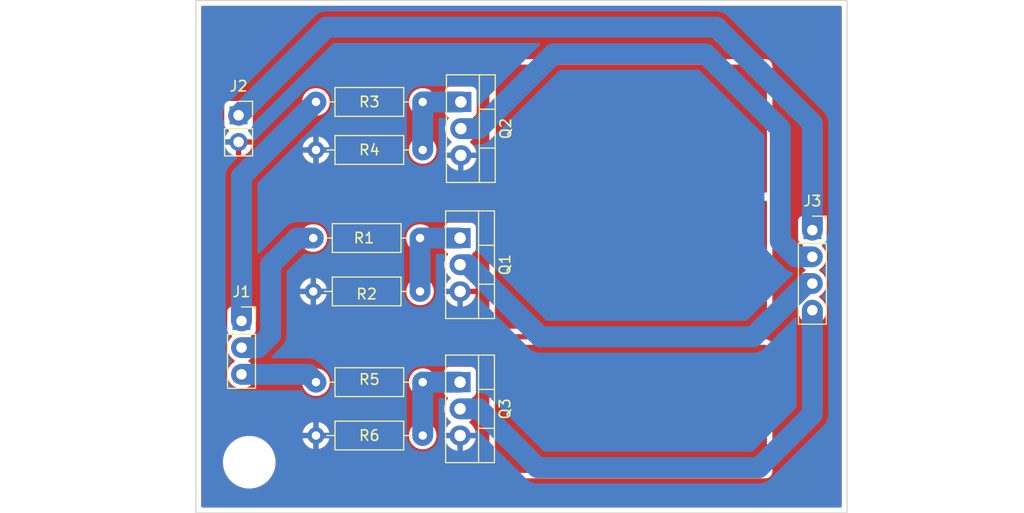
<source format=kicad_pcb>
(kicad_pcb (version 20211014) (generator pcbnew)
  (layers (0 "F.Cu" signal) (31 "B.Cu" signal) (34 "B.Paste" user) (35 "F.Paste" user) (36 "B.SilkS" user "B.Silkscreen") (37 "F.SilkS" user "F.Silkscreen") (38 "B.Mask" user) (39 "F.Mask" user) (44 "Edge.Cuts" user))
  (net 0 "")
  (net 1 "Gin")
  (net 2 "Rin")
  (net 3 "Bin")
  (net 4 "+12V")
  (net 5 "GND")
  (net 6 "Gout")
  (net 7 "Rout")
  (net 8 "Bout")
  (net 9 "Net-(Q1-Pad1)")
  (net 10 "Net-(Q2-Pad1)")
  (net 11 "Net-(Q3-Pad1)")
  (footprint "Resistor_THT:R_Axial_DIN0207_L6.3mm_D2.5mm_P10.16mm_Horizontal" (layer "F.Cu") (at 103.124 85.852)
    (fp_text reference "R5" (at 5.08 -0.254) (layer "F.SilkS"))
    (fp_text value "R")
    (fp_line (start 1.04 0) (end 1.81 0) (layer "F.SilkS") (width 0.12))
    (fp_line (start 1.81 1.37) (end 8.35 1.37) (layer "F.SilkS") (width 0.12))
    (fp_line (start 8.35 1.37) (end 8.35 -1.37) (layer "F.SilkS") (width 0.12))
    (fp_line (start 8.35 -1.37) (end 1.81 -1.37) (layer "F.SilkS") (width 0.12))
    (fp_line (start 1.81 -1.37) (end 1.81 1.37) (layer "F.SilkS") (width 0.12))
    (fp_line (start 9.12 0) (end 8.35 0) (layer "F.SilkS") (width 0.12))
    (pad "1" thru_hole circle (at 0 0) (size 1.6 1.6) (drill 0.8) (layers *.Cu *.Mask) (net 3 "Bin"))
    (pad "2" thru_hole oval (at 10.16 0) (size 1.6 1.6) (drill 0.8) (layers *.Cu *.Mask) (net 11 "Net-(Q3-Pad1)"))
  )
  (footprint "Package_TO_SOT_THT:TO-220-3_Vertical" (layer "F.Cu") (at 116.84 72.136 -90)
    (fp_text reference "Q1" (at 2.54 -4.27 90) (layer "F.SilkS"))
    (fp_text value "BUZ11")
    (fp_line (start 4.391 -3.27) (end 4.391 -1.76) (layer "F.SilkS") (width 0.12))
    (fp_line (start 7.66 -3.27) (end 7.66 1.371) (layer "F.SilkS") (width 0.12))
    (fp_line (start -2.58 1.371) (end 7.66 1.371) (layer "F.SilkS") (width 0.12))
    (fp_line (start -2.58 -1.76) (end 7.66 -1.76) (layer "F.SilkS") (width 0.12))
    (fp_line (start 0.69 -3.27) (end 0.69 -1.76) (layer "F.SilkS") (width 0.12))
    (fp_line (start -2.58 -3.27) (end 7.66 -3.27) (layer "F.SilkS") (width 0.12))
    (fp_line (start -2.58 -3.27) (end -2.58 1.371) (layer "F.SilkS") (width 0.12))
    (pad "1" thru_hole rect (at 0 0 270) (size 1.905 2) (drill 1.1) (layers *.Cu *.Mask) (net 9 "Net-(Q1-Pad1)"))
    (pad "2" thru_hole oval (at 2.54 0 270) (size 1.905 2) (drill 1.1) (layers *.Cu *.Mask) (net 7 "Rout"))
    (pad "3" thru_hole oval (at 5.08 0 270) (size 1.905 2) (drill 1.1) (layers *.Cu *.Mask) (net 5 "GND"))
  )
  (footprint "Resistor_THT:R_Axial_DIN0207_L6.3mm_D2.5mm_P10.16mm_Horizontal" (layer "F.Cu") (at 113.284 90.932 180)
    (fp_text reference "R6" (at 5.08 0) (layer "F.SilkS"))
    (fp_text value "R")
    (fp_line (start 8.35 -1.37) (end 1.81 -1.37) (layer "F.SilkS") (width 0.12))
    (fp_line (start 9.12 0) (end 8.35 0) (layer "F.SilkS") (width 0.12))
    (fp_line (start 8.35 1.37) (end 8.35 -1.37) (layer "F.SilkS") (width 0.12))
    (fp_line (start 1.04 0) (end 1.81 0) (layer "F.SilkS") (width 0.12))
    (fp_line (start 1.81 -1.37) (end 1.81 1.37) (layer "F.SilkS") (width 0.12))
    (fp_line (start 1.81 1.37) (end 8.35 1.37) (layer "F.SilkS") (width 0.12))
    (pad "1" thru_hole circle (at 0 0 180) (size 1.6 1.6) (drill 0.8) (layers *.Cu *.Mask) (net 11 "Net-(Q3-Pad1)"))
    (pad "2" thru_hole oval (at 10.16 0 180) (size 1.6 1.6) (drill 0.8) (layers *.Cu *.Mask) (net 5 "GND"))
  )
  (footprint "Package_TO_SOT_THT:TO-220-3_Vertical" (layer "F.Cu") (at 116.911 59.182 -90)
    (fp_text reference "Q2" (at 2.54 -4.27 90) (layer "F.SilkS"))
    (fp_text value "BUZ11")
    (fp_line (start 4.391 -3.27) (end 4.391 -1.76) (layer "F.SilkS") (width 0.12))
    (fp_line (start 7.66 -3.27) (end 7.66 1.371) (layer "F.SilkS") (width 0.12))
    (fp_line (start 0.69 -3.27) (end 0.69 -1.76) (layer "F.SilkS") (width 0.12))
    (fp_line (start -2.58 1.371) (end 7.66 1.371) (layer "F.SilkS") (width 0.12))
    (fp_line (start -2.58 -3.27) (end -2.58 1.371) (layer "F.SilkS") (width 0.12))
    (fp_line (start -2.58 -1.76) (end 7.66 -1.76) (layer "F.SilkS") (width 0.12))
    (fp_line (start -2.58 -3.27) (end 7.66 -3.27) (layer "F.SilkS") (width 0.12))
    (pad "1" thru_hole rect (at 0 0 270) (size 1.905 2) (drill 1.1) (layers *.Cu *.Mask) (net 10 "Net-(Q2-Pad1)"))
    (pad "2" thru_hole oval (at 2.54 0 270) (size 1.905 2) (drill 1.1) (layers *.Cu *.Mask) (net 6 "Gout"))
    (pad "3" thru_hole oval (at 5.08 0 270) (size 1.905 2) (drill 1.1) (layers *.Cu *.Mask) (net 5 "GND"))
  )
  (footprint "Package_TO_SOT_THT:TO-220-3_Vertical" (layer "F.Cu") (at 116.84 85.852 -90)
    (fp_text reference "Q3" (at 2.54 -4.27 90) (layer "F.SilkS"))
    (fp_text value "BUZ11")
    (fp_line (start 4.391 -3.27) (end 4.391 -1.76) (layer "F.SilkS") (width 0.12))
    (fp_line (start -2.58 1.371) (end 7.66 1.371) (layer "F.SilkS") (width 0.12))
    (fp_line (start -2.58 -1.76) (end 7.66 -1.76) (layer "F.SilkS") (width 0.12))
    (fp_line (start 0.69 -3.27) (end 0.69 -1.76) (layer "F.SilkS") (width 0.12))
    (fp_line (start -2.58 -3.27) (end -2.58 1.371) (layer "F.SilkS") (width 0.12))
    (fp_line (start -2.58 -3.27) (end 7.66 -3.27) (layer "F.SilkS") (width 0.12))
    (fp_line (start 7.66 -3.27) (end 7.66 1.371) (layer "F.SilkS") (width 0.12))
    (pad "1" thru_hole rect (at 0 0 270) (size 1.905 2) (drill 1.1) (layers *.Cu *.Mask) (net 11 "Net-(Q3-Pad1)"))
    (pad "2" thru_hole oval (at 2.54 0 270) (size 1.905 2) (drill 1.1) (layers *.Cu *.Mask) (net 8 "Bout"))
    (pad "3" thru_hole oval (at 5.08 0 270) (size 1.905 2) (drill 1.1) (layers *.Cu *.Mask) (net 5 "GND"))
  )
  (footprint "" (layer "F.Cu") (at 96.774 93.472)
    (fp_text reference "" (at 0 0) (layer "F.SilkS") (effects (font (size 1.27 1.27))))
    (fp_text value "" (at 0 0) (layer "F.SilkS") (effects (font (size 1.27 1.27))))
    (pad "" np_thru_hole circle (at 0 0) (size 4 4) (drill 4) (layers *.Cu *.Mask))
  )
  (footprint "Resistor_THT:R_Axial_DIN0207_L6.3mm_D2.5mm_P10.16mm_Horizontal" (layer "F.Cu") (at 103.124 59.182)
    (fp_text reference "R3" (at 5.08 0) (layer "F.SilkS"))
    (fp_text value "R")
    (fp_line (start 8.35 1.37) (end 8.35 -1.37) (layer "F.SilkS") (width 0.12))
    (fp_line (start 8.35 -1.37) (end 1.81 -1.37) (layer "F.SilkS") (width 0.12))
    (fp_line (start 1.81 -1.37) (end 1.81 1.37) (layer "F.SilkS") (width 0.12))
    (fp_line (start 9.12 0) (end 8.35 0) (layer "F.SilkS") (width 0.12))
    (fp_line (start 1.81 1.37) (end 8.35 1.37) (layer "F.SilkS") (width 0.12))
    (fp_line (start 1.04 0) (end 1.81 0) (layer "F.SilkS") (width 0.12))
    (pad "1" thru_hole circle (at 0 0) (size 1.6 1.6) (drill 0.8) (layers *.Cu *.Mask) (net 1 "Gin"))
    (pad "2" thru_hole oval (at 10.16 0) (size 1.6 1.6) (drill 0.8) (layers *.Cu *.Mask) (net 10 "Net-(Q2-Pad1)"))
  )
  (footprint "Connector_PinSocket_2.54mm:PinSocket_1x02_P2.54mm_Vertical" (layer "F.Cu") (at 95.758 60.452)
    (fp_text reference "J2" (at 0 -2.77) (layer "F.SilkS"))
    (fp_text value "Conn_01x02_Female")
    (fp_line (start 1.33 1.27) (end 1.33 3.87) (layer "F.SilkS") (width 0.12))
    (fp_line (start 1.33 -1.33) (end 1.33 0) (layer "F.SilkS") (width 0.12))
    (fp_line (start -1.33 3.87) (end 1.33 3.87) (layer "F.SilkS") (width 0.12))
    (fp_line (start -1.33 1.27) (end 1.33 1.27) (layer "F.SilkS") (width 0.12))
    (fp_line (start -1.33 1.27) (end -1.33 3.87) (layer "F.SilkS") (width 0.12))
    (fp_line (start 0 -1.33) (end 1.33 -1.33) (layer "F.SilkS") (width 0.12))
    (pad "1" thru_hole rect (at 0 0) (size 1.7 1.7) (drill 1) (layers *.Cu *.Mask) (net 4 "+12V"))
    (pad "2" thru_hole oval (at 0 2.54) (size 1.7 1.7) (drill 1) (layers *.Cu *.Mask) (net 5 "GND"))
  )
  (footprint "Resistor_THT:R_Axial_DIN0207_L6.3mm_D2.5mm_P10.16mm_Horizontal" (layer "F.Cu") (at 113.03 77.216 180)
    (fp_text reference "R2" (at 5.08 -0.254) (layer "F.SilkS"))
    (fp_text value "R")
    (fp_line (start 8.35 1.37) (end 8.35 -1.37) (layer "F.SilkS") (width 0.12))
    (fp_line (start 9.12 0) (end 8.35 0) (layer "F.SilkS") (width 0.12))
    (fp_line (start 8.35 -1.37) (end 1.81 -1.37) (layer "F.SilkS") (width 0.12))
    (fp_line (start 1.81 1.37) (end 8.35 1.37) (layer "F.SilkS") (width 0.12))
    (fp_line (start 1.81 -1.37) (end 1.81 1.37) (layer "F.SilkS") (width 0.12))
    (fp_line (start 1.04 0) (end 1.81 0) (layer "F.SilkS") (width 0.12))
    (pad "1" thru_hole circle (at 0 0 180) (size 1.6 1.6) (drill 0.8) (layers *.Cu *.Mask) (net 9 "Net-(Q1-Pad1)"))
    (pad "2" thru_hole oval (at 10.16 0 180) (size 1.6 1.6) (drill 0.8) (layers *.Cu *.Mask) (net 5 "GND"))
  )
  (footprint "Connector_PinSocket_2.54mm:PinSocket_1x04_P2.54mm_Vertical" (layer "F.Cu") (at 150.368 71.384)
    (fp_text reference "J3" (at 0 -2.77) (layer "F.SilkS"))
    (fp_text value "Conn_01x04_Female")
    (fp_line (start 0 -1.33) (end 1.33 -1.33) (layer "F.SilkS") (width 0.12))
    (fp_line (start -1.33 8.95) (end 1.33 8.95) (layer "F.SilkS") (width 0.12))
    (fp_line (start -1.33 1.27) (end -1.33 8.95) (layer "F.SilkS") (width 0.12))
    (fp_line (start 1.33 -1.33) (end 1.33 0) (layer "F.SilkS") (width 0.12))
    (fp_line (start -1.33 1.27) (end 1.33 1.27) (layer "F.SilkS") (width 0.12))
    (fp_line (start 1.33 1.27) (end 1.33 8.95) (layer "F.SilkS") (width 0.12))
    (pad "1" thru_hole rect (at 0 0) (size 1.7 1.7) (drill 1) (layers *.Cu *.Mask) (net 4 "+12V"))
    (pad "2" thru_hole oval (at 0 2.54) (size 1.7 1.7) (drill 1) (layers *.Cu *.Mask) (net 6 "Gout"))
    (pad "3" thru_hole oval (at 0 5.08) (size 1.7 1.7) (drill 1) (layers *.Cu *.Mask) (net 7 "Rout"))
    (pad "4" thru_hole oval (at 0 7.62) (size 1.7 1.7) (drill 1) (layers *.Cu *.Mask) (net 8 "Bout"))
  )
  (footprint "Connector_PinSocket_2.54mm:PinSocket_1x03_P2.54mm_Vertical" (layer "F.Cu") (at 96.037 80.025)
    (fp_text reference "J1" (at 0 -2.77) (layer "F.SilkS"))
    (fp_text value "Conn_01x03_Female")
    (fp_line (start 1.33 1.27) (end 1.33 6.41) (layer "F.SilkS") (width 0.12))
    (fp_line (start 1.33 -1.33) (end 1.33 0) (layer "F.SilkS") (width 0.12))
    (fp_line (start -1.33 6.41) (end 1.33 6.41) (layer "F.SilkS") (width 0.12))
    (fp_line (start -1.33 1.27) (end 1.33 1.27) (layer "F.SilkS") (width 0.12))
    (fp_line (start -1.33 1.27) (end -1.33 6.41) (layer "F.SilkS") (width 0.12))
    (fp_line (start 0 -1.33) (end 1.33 -1.33) (layer "F.SilkS") (width 0.12))
    (pad "1" thru_hole rect (at 0 0) (size 1.7 1.7) (drill 1) (layers *.Cu *.Mask) (net 1 "Gin"))
    (pad "2" thru_hole oval (at 0 2.54) (size 1.7 1.7) (drill 1) (layers *.Cu *.Mask) (net 2 "Rin"))
    (pad "3" thru_hole oval (at 0 5.08) (size 1.7 1.7) (drill 1) (layers *.Cu *.Mask) (net 3 "Bin"))
  )
  (footprint "Resistor_THT:R_Axial_DIN0207_L6.3mm_D2.5mm_P10.16mm_Horizontal" (layer "F.Cu") (at 113.284 63.754 180)
    (fp_text reference "R4" (at 5.08 0) (layer "F.SilkS"))
    (fp_text value "R")
    (fp_line (start 1.04 0) (end 1.81 0) (layer "F.SilkS") (width 0.12))
    (fp_line (start 1.81 1.37) (end 8.35 1.37) (layer "F.SilkS") (width 0.12))
    (fp_line (start 8.35 1.37) (end 8.35 -1.37) (layer "F.SilkS") (width 0.12))
    (fp_line (start 9.12 0) (end 8.35 0) (layer "F.SilkS") (width 0.12))
    (fp_line (start 8.35 -1.37) (end 1.81 -1.37) (layer "F.SilkS") (width 0.12))
    (fp_line (start 1.81 -1.37) (end 1.81 1.37) (layer "F.SilkS") (width 0.12))
    (pad "1" thru_hole circle (at 0 0 180) (size 1.6 1.6) (drill 0.8) (layers *.Cu *.Mask) (net 10 "Net-(Q2-Pad1)"))
    (pad "2" thru_hole oval (at 10.16 0 180) (size 1.6 1.6) (drill 0.8) (layers *.Cu *.Mask) (net 5 "GND"))
  )
  (footprint "Resistor_THT:R_Axial_DIN0207_L6.3mm_D2.5mm_P10.16mm_Horizontal" (layer "F.Cu") (at 102.87 72.136)
    (fp_text reference "R1" (at 4.826 0) (layer "F.SilkS"))
    (fp_text value "R")
    (fp_line (start 1.81 1.37) (end 8.35 1.37) (layer "F.SilkS") (width 0.12))
    (fp_line (start 8.35 1.37) (end 8.35 -1.37) (layer "F.SilkS") (width 0.12))
    (fp_line (start 1.04 0) (end 1.81 0) (layer "F.SilkS") (width 0.12))
    (fp_line (start 9.12 0) (end 8.35 0) (layer "F.SilkS") (width 0.12))
    (fp_line (start 8.35 -1.37) (end 1.81 -1.37) (layer "F.SilkS") (width 0.12))
    (fp_line (start 1.81 -1.37) (end 1.81 1.37) (layer "F.SilkS") (width 0.12))
    (pad "1" thru_hole circle (at 0 0) (size 1.6 1.6) (drill 0.8) (layers *.Cu *.Mask) (net 2 "Rin"))
    (pad "2" thru_hole oval (at 10.16 0) (size 1.6 1.6) (drill 0.8) (layers *.Cu *.Mask) (net 9 "Net-(Q1-Pad1)"))
  )
  (gr_rect (start 91.694 49.53) (end 153.67 98.298) (layer "Edge.Cuts") (width 0.1) (fill none))
  (segment (start 96.037 66.269) (end 96.037 80.025) (width 2) (layer "B.Cu") (net 1))
  (segment (start 103.124 59.182) (end 96.037 66.269) (width 2) (layer "B.Cu") (net 1))
  (segment (start 98.806 74.676) (end 101.346 72.136) (width 2) (layer "B.Cu") (net 2))
  (segment (start 96.037 82.565) (end 97.596022 82.565) (width 2) (layer "B.Cu") (net 2))
  (segment (start 98.806 81.355022) (end 98.806 74.676) (width 2) (layer "B.Cu") (net 2))
  (segment (start 101.346 72.136) (end 102.87 72.136) (width 2) (layer "B.Cu") (net 2))
  (segment (start 97.596022 82.565) (end 98.806 81.355022) (width 2) (layer "B.Cu") (net 2))
  (segment (start 96.037 85.105) (end 102.377 85.105) (width 2) (layer "B.Cu") (net 3))
  (segment (start 102.377 85.105) (end 103.124 85.852) (width 2) (layer "B.Cu") (net 3))
  (segment (start 141.224 52.07) (end 150.368 61.214) (width 2) (layer "B.Cu") (net 4))
  (segment (start 104.14 52.07) (end 141.224 52.07) (width 2) (layer "B.Cu") (net 4))
  (segment (start 150.368 61.214) (end 150.368 71.384) (width 2) (layer "B.Cu") (net 4))
  (segment (start 95.758 60.452) (end 104.14 52.07) (width 2) (layer "B.Cu") (net 4))
  (segment (start 118.618 61.722) (end 125.73 54.61) (width 2) (layer "B.Cu") (net 6))
  (segment (start 147.32 61.722) (end 147.32 72.435022) (width 2) (layer "B.Cu") (net 6))
  (segment (start 116.911 61.722) (end 118.618 61.722) (width 2) (layer "B.Cu") (net 6))
  (segment (start 147.32 72.435022) (end 148.808978 73.924) (width 2) (layer "B.Cu") (net 6))
  (segment (start 125.73 54.61) (end 140.208 54.61) (width 2) (layer "B.Cu") (net 6))
  (segment (start 148.808978 73.924) (end 150.368 73.924) (width 2) (layer "B.Cu") (net 6))
  (segment (start 140.208 54.61) (end 147.32 61.722) (width 2) (layer "B.Cu") (net 6))
  (segment (start 147.32 78.941409) (end 144.727409 81.534) (width 2) (layer "B.Cu") (net 7))
  (segment (start 147.32 78.941409) (end 149.797409 76.464) (width 2) (layer "B.Cu") (net 7))
  (segment (start 149.797409 76.464) (end 150.368 76.464) (width 2) (layer "B.Cu") (net 7))
  (segment (start 117.602 74.676) (end 116.84 74.676) (width 2) (layer "B.Cu") (net 7))
  (segment (start 124.46 81.534) (end 117.602 74.676) (width 2) (layer "B.Cu") (net 7))
  (segment (start 144.727409 81.534) (end 124.46 81.534) (width 2) (layer "B.Cu") (net 7))
  (segment (start 145.288 93.98) (end 124.206 93.98) (width 2) (layer "B.Cu") (net 8))
  (segment (start 150.368 79.004) (end 150.368 88.9) (width 2) (layer "B.Cu") (net 8))
  (segment (start 118.618 88.392) (end 116.84 88.392) (width 2) (layer "B.Cu") (net 8))
  (segment (start 150.368 88.9) (end 145.288 93.98) (width 2) (layer "B.Cu") (net 8))
  (segment (start 124.206 93.98) (end 118.618 88.392) (width 2) (layer "B.Cu") (net 8))
  (segment (start 113.03 77.216) (end 113.03 72.136) (width 2) (layer "B.Cu") (net 9))
  (segment (start 113.03 72.136) (end 116.84 72.136) (width 2) (layer "B.Cu") (net 9))
  (segment (start 113.284 59.182) (end 113.284 63.754) (width 2) (layer "B.Cu") (net 10))
  (segment (start 116.911 59.182) (end 113.284 59.182) (width 2) (layer "B.Cu") (net 10))
  (segment (start 113.284 85.852) (end 113.284 90.932) (width 2) (layer "B.Cu") (net 11))
  (segment (start 116.84 85.852) (end 113.284 85.852) (width 2) (layer "B.Cu") (net 11))
  (zone (net 5) (net_name "GND") (layer "F.Cu") (connect_pads (clearance 0.508)) (min_thickness 0.254) (fill yes (thermal_gap 0.508) (thermal_bridge_width 0.508) (island_removal_mode 1) (island_area_min 0))
    (polygon (pts (xy 153.924 98.298) (xy 91.948 98.044) (xy 91.694 49.53) (xy 153.67 49.53)))
  )
  (zone (net 0) (net_name "") (layer "F.Cu") (priority 10) (connect_pads (clearance 0.508)) (min_thickness 0.254) (fill yes (thermal_gap 0.508) (thermal_bridge_width 0.508))
    (polygon (pts (xy 146.05 80.772) (xy 120.142 80.772) (xy 120.142 68.58) (xy 146.05 68.58)))
  )
  (zone (net 0) (net_name "") (layer "F.Cu") (priority 10) (connect_pads (clearance 0.508)) (min_thickness 0.254) (fill yes (thermal_gap 0.508) (thermal_bridge_width 0.508))
    (polygon (pts (xy 146.05 94.488) (xy 120.142 94.488) (xy 120.142 82.296) (xy 146.05 82.296)))
  )
  (zone (net 0) (net_name "") (layer "F.Cu") (priority 10) (connect_pads (clearance 0.508)) (min_thickness 0.254) (fill yes (thermal_gap 0.508) (thermal_bridge_width 0.508) (island_removal_mode 1) (island_area_min 0))
    (polygon (pts (xy 146.05 67.818) (xy 120.142 67.818) (xy 120.142 55.626) (xy 146.05 55.626)))
  )
  (zone (net 5) (net_name "GND") (layer "B.Cu") (connect_pads (clearance 0.508)) (min_thickness 0.254) (fill yes (thermal_gap 0.508) (thermal_bridge_width 0.508))
    (polygon (pts (xy 153.924 98.298) (xy 91.44 98.298) (xy 91.44 49.53) (xy 153.924 49.53)))
  )
)
</source>
